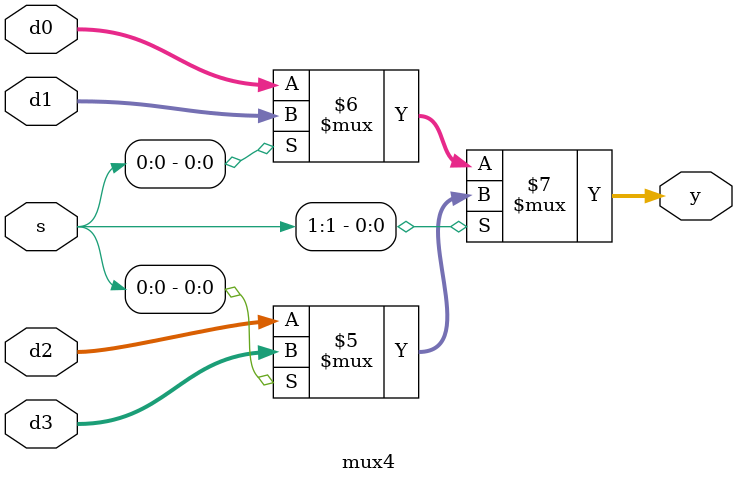
<source format=sv>
`timescale 1ns / 1ps

module testbench();
	initial begin
		$dumpfile("dump.vcd");
		$dumpvars(1);
	end
  
	logic clk, reset, PcSrcD, MemWriteD, MemtoRegD, ALUSrcD, BranchD, RegDstD, RegWriteD, ForwardAD, ForwardBD;
  logic [2:0]  alucontrol;
  logic [1:0]  ForwardAE, ForwardBE;
  logic [31:0] instrF, PC, PCF, instrD, ALUOutE, WriteDataE;
	
  top_mips dut( clk, reset, instrF, PC, PCF, PcSrcD, MemWriteD, MemtoRegD, ALUSrcD, BranchD, RegDstD, RegWriteD, alucontrol, instrD, ALUOutE, WriteDataE, ForwardAE, ForwardBE, ForwardAD, ForwardBD);
	
	initial begin
		clk <= 0;
		reset <= 1;
		for(int i = 0; i < 100; i++)
		begin
			#100; clk <= ~clk;
			reset <= 0;
		end
	end
endmodule


// Pipelined MIPS Implementation according to given Template

// Define pipes that exist in the PipelinedDatapath. 
// The pipe between Writeback (W) and Fetch (F), as well as Fetch (F) and Decode (D) is given to you.
// Create the rest of the pipes where inputs follow the naming conventions in the book.


module PipeFtoD(input logic[31:0] instr, PcPlus4F,
                input logic EN, clear, clk, reset,
                output logic[31:0] instrD, PcPlus4D);

                always_ff @(posedge clk, posedge reset)
                  if(reset)
                        begin
                        instrD <= 0;
                        PcPlus4D <= 0;
                        end
                    else if(EN)
                        begin
                          if(clear) // Can clear only if the pipe is enabled, that is, if it is not stalling.
                            begin
                        	   instrD <= 0;
                        	   PcPlus4D <= 0;
                            end
                          else
                            begin
                        		instrD<=instr;
                        		PcPlus4D<=PcPlus4F;
                            end
                        end
                
endmodule

// Similarly, the pipe between Writeback (W) and Fetch (F) is given as follows.

module PipeWtoF(input logic[31:0] PC,
                input logic EN, clk, reset,		// ~StallF will be connected as this EN
                output logic[31:0] PCF);

                always_ff @(posedge clk, posedge reset)
                    if(reset)
                        PCF <= 0;
                    else if(EN)
                        PCF <= PC;
endmodule

module PipeDtoE(input logic[31:0] RD1, RD2, SignImmD,
                input logic[4:0] RsD, RtD, RdD,
                input logic RegWriteD, MemtoRegD, MemWriteD, ALUSrcD, RegDstD,
                input logic[2:0] ALUControlD,
                input logic clear, clk, reset,
                output logic[31:0] RsData, RtData, SignImmE,
                output logic[4:0] RsE, RtE, RdE, 
                output logic RegWriteE, MemtoRegE, MemWriteE, ALUSrcE, RegDstE,
                output logic[2:0] ALUControlE);

        always_ff @(posedge clk, posedge reset)
          if(reset || clear)
                begin
                // Control signals
                RegWriteE <= 0;
                MemtoRegE <= 0;
                MemWriteE <= 0;
                ALUControlE <= 0;
                ALUSrcE <= 0;
                RegDstE <= 0;
                
                // Data
                RsData <= 0;
                RtData <= 0;
                RsE <= 0;
                RtE <= 0;
                RdE <= 0;
                SignImmE <= 0;
                end
            else
                begin
                // Control signals
                RegWriteE <= RegWriteD;
                MemtoRegE <= MemtoRegD;
                MemWriteE <= MemWriteD;
                ALUControlE <= ALUControlD;
                ALUSrcE <= ALUSrcD;
                RegDstE <= RegDstD;
                
                // Data
                RsData <= RD1;
                RtData <= RD2;
                RsE <= RsD;
                RtE <= RtD;
                RdE <= RdD;
                SignImmE <= SignImmD;
                end

endmodule

module PipeEtoM(input logic[31:0] ALUOutE, WriteDataE,
                input logic[4:0] WriteRegE,
                input logic RegWriteE, MemtoRegE, MemWriteE,
                input logic clk, reset,
                output logic[31:0] ALUOutM, WriteDataM,
                output logic[4:0] WriteRegM,
                output logic RegWriteM, MemtoRegM, MemWriteM);

        always_ff @(posedge clk, posedge reset)
          if(reset)
                begin
                // Control signals
                RegWriteM <= 0;
                MemtoRegM <= 0;
                MemWriteM <= 0;
                
                // Data
                ALUOutM <= 0;
                WriteDataM <= 0;
                WriteRegM <= 0;
                end
            else
                begin
                // Control signals
                RegWriteM <= RegWriteE;
                MemtoRegM <= MemtoRegE;
                MemWriteM <= MemWriteE;
                
                // Data
                ALUOutM <= ALUOutE;
                WriteDataM <= WriteDataE;
                WriteRegM <= WriteRegE;
                end

endmodule

module PipeMtoW(input logic[31:0] ALUOutM, ReadDataM,
                input logic[4:0] WriteRegM,
                input logic RegWriteM, MemtoRegM,
                input logic clk, reset,
                output logic[31:0] ALUOutW, ReadDataW,
                output logic[4:0] WriteRegW,
                output logic RegWriteW, MemtoRegW);

        always_ff @(posedge clk, posedge reset)
          if(reset)
                begin
                // Control signals
                RegWriteW <= 0;
                MemtoRegW <= 0;
                
                // Data
                ALUOutW <= 0;
                ReadDataW <= 0;
                WriteRegW <= 0;
                end
            else
                begin
                // Control signals
                RegWriteW <= RegWriteM;
                MemtoRegW <= MemtoRegM;
                
                // Data
                ALUOutW <= ALUOutM;
                ReadDataW <= ReadDataM;
                WriteRegW <= WriteRegM;
                end
endmodule



// *******************************************************************************
// End of the individual pipe definitions.
// ******************************************************************************

// *******************************************************************************
// Below is the definition of the datapath.
// The signature of the module is given. The datapath will include (not limited to) the following items:
//  (1) Adder that adds 4 to PC
//  (2) Shifter that shifts SignImmD to left by 2
//  (3) Sign extender and Register file
//  (4) PipeFtoD
//  (5) PipeDtoE and ALU
//  (5) Adder for PcBranchD
//  (6) PipeEtoM and Data Memory
//  (7) PipeMtoW
//  (8) Many muxes
//  (9) Hazard unit
//  ...?
// *******************************************************************************

module datapath (input  logic clk, reset,
                input  logic[2:0]  ALUControlD,
                input logic RegWriteD, MemtoRegD, MemWriteD, ALUSrcD, RegDstD, BranchD,
                 output logic [31:0] instrF,		
                 output logic [31:0] instrD, PC, PCF,
                output logic PcSrcD,                 
                output logic [31:0] ALUOutE, WriteDataE,
                output logic [1:0] ForwardAE, ForwardBE,
                 output logic ForwardAD, ForwardBD); // Add or remove input-outputs if necessary

	// ********************************************************************
	// Here, define the wires that are needed inside this pipelined datapath module
	// ********************************************************************
  
  	//* We have defined a few wires for you
    logic [31:0] PcSrcA, PcSrcB, PcBranchD, PcPlus4F;	
  	logic StallF;
  
	//* You should define others down below
  	logic[31:0] PcPlus4D, resultW, rd1, rd2, eqSrcA, eqSrcB, ALUOutM, SignImmd, SignImmdSL2, RsData, RtData, SignImmE, SrcAE, SrcBE, WriteDataM, ALUOutW, ReadDataW, ReadDataM;
  	logic[4:0] WriteRegW, RsE, RtE, RdE, WriteRegE, WriteRegM;
  	logic RegWriteE, MemtoRegE, MemWriteE, ALUSrcE, RegDstE, RegWriteM, MemtoRegM, MemWriteM, RegWriteW, MemtoRegW;
  	logic StallD, FlushE;
    logic[2:0] ALUControlE;
	// ********************************************************************
	// Instantiate the required modules below in the order of the datapath flow.
	// ********************************************************************

  
  	//* We have provided you with some part of the datapath
    
  	// Instantiate PipeWtoF
  	PipeWtoF pipe1(PC,
                ~StallF, clk, reset,
                PCF);
  
  	// Do some operations
    assign PcPlus4F = PCF + 4;
    assign PcSrcB = PcBranchD;
	assign PcSrcA = PcPlus4F;
  	mux2 #(32) pc_mux(PcSrcA, PcSrcB, PcSrcD, PC);

    imem im1(PCF[7:2], instrF);
    
  	// Instantiate PipeFtoD
  	PipeFtoD pipe2( instrF, PcPlus4F,
               	~StallD, PcSrcD, clk, reset,
                instrD, PcPlus4D);
  
  	// Do some operations
 	regfile the_rf( clk, reset, RegWriteW, instrD[25:21], instrD[20:16], WriteRegW, resultW, rd1, rd2);
  	mux2 #(32) eq_mux1(rd1, ALUOutM, ForwardAD, eqSrcA);
  	mux2 #(32) eq_mux2(rd2, ALUOutM, ForwardBD, eqSrcB);
  	assign PcSrcD = (eqSrcA == eqSrcB) && BranchD;

  	signext signExtend(instrD[15:0], SignImmd);
	sl2 sl(SignImmd, SignImmdSL2);
	assign PcBranchD = PcPlus4D + SignImmdSL2;
  
  	// Instantiate PipeDtoE
  	PipeDtoE pipe3( rd1, rd2, SignImmd, instrD[25:21], instrD[20:16], instrD[15:11],
                	RegWriteD, MemtoRegD, MemWriteD, ALUSrcD, RegDstD, ALUControlD,
               		FlushE, clk, reset,
                	RsData, RtData, SignImmE,
                	RsE, RtE, RdE, 
                	RegWriteE, MemtoRegE, MemWriteE, ALUSrcE, RegDstE, ALUControlE);
  
  	// Do some operations
  	mux2 #(32) regDst_mux( RtE, RdE, RegDstE, WriteRegE);
  	mux2 #(32) aluSrc_mux( WriteDataE, SignImmE, ALUSrcE, SrcBE);
  	mux4 #(32) forward_muxA( RsData, resultW, ALUOutM, 0, ForwardAE, SrcAE);
  	mux4 #(32) forward_muxB( RtData, resultW, ALUOutM, 0, ForwardBE, WriteDataE);

  	logic unused;
	alu the_alu( SrcAE, SrcBE, ALUControlE, ALUOutE, unused);
  
  	// Instantiate PipeEtoM
  	PipeEtoM pipe4( ALUOutE, WriteDataE, WriteRegE,
    				RegWriteE, MemtoRegE, MemWriteE,
                	clk, reset,
                   	ALUOutM, WriteDataM, WriteRegM,
                   	RegWriteM, MemtoRegM, MemWriteM);
  
  	// Do some operations
  	dmem memory( clk, MemWriteM, ALUOutM, WriteDataM, ReadDataM);

  	// Instantiate PipeMtoW
  	PipeMtoW pipe5( ALUOutM, ReadDataM, WriteRegM,
                 	RegWriteM, MemtoRegM,
                 	clk, reset,
                 	ALUOutW, ReadDataW,
                  	WriteRegW,
    				RegWriteW, MemtoRegW);
  
  	// Do some operations
  	mux2 #(32) res_mux( ALUOutW, ReadDataW, MemtoRegW, resultW);
  
  	// Instantiate the Hazard Unit
  	HazardUnit hazard_unit( RegWriteW, BranchD,
    						WriteRegW, WriteRegE,
                 			RegWriteM, MemtoRegM,
                           	WriteRegM,
 							RegWriteE, MemtoRegE,
                 			RsE, RtE,
                 			instrD[25:21], instrD[20:16],
                 			ForwardAE, ForwardBE,
                			FlushE, StallD, StallF, ForwardAD, ForwardBD);

endmodule

module HazardUnit( input logic RegWriteW, BranchD,
                input logic [4:0] WriteRegW, WriteRegE,
                input logic RegWriteM,MemtoRegM,
                input logic [4:0] WriteRegM,
                input logic RegWriteE,MemtoRegE,
                input logic [4:0] rsE,rtE,
                input logic [4:0] rsD,rtD,
                output logic [1:0] ForwardAE,ForwardBE,
                output logic FlushE,StallD,StallF,ForwardAD, ForwardBD
                 ); // Add or remove input-outputs if necessary
       
	// ********************************************************************
	// Here, write equations for the Hazard Logic.
	// If you have troubles, please study pages ~420-430 in your book.
	// ********************************************************************
  	logic branchstall, lwstall;
  
    assign ForwardAE = ((rsE != 0) && (rsE == WriteRegM) && RegWriteM) ? 10 : ((((rsE != 0) && (rsE == WriteRegW) && RegWriteW)) ? 01 : 00);
    assign ForwardBE = ((rtE != 0) && (rtE == WriteRegM) && RegWriteM) ? 10 : ((((rtE != 0) && (rtE == WriteRegW) && RegWriteW)) ? 01 : 00);
    assign ForwardAD = (rsD !=0) && (rsD == WriteRegM) && RegWriteM;
    assign ForwardBD = (rtD !=0) && (rtD == WriteRegM) && RegWriteM ;

    assign branchstall = BranchD && RegWriteE && (WriteRegE == rsD || WriteRegE == rtD) || BranchD && MemtoRegM && (WriteRegM == rsD || WriteRegM == rtD);
    assign lwstall = ((rsD==rtE) || (rtD==rtE)) && MemtoRegE;
    assign StallF = (lwstall || branchstall);
    assign StallD = (lwstall || branchstall);
    assign FlushE = (lwstall || branchstall);
endmodule


// You can add some more logic variables for testing purposes
// but you cannot remove existing variables as we need you to output 
// these values on the waveform for grading
module top_mips (input  logic        clk, reset,
             output  logic[31:0]  instrF,
             output logic[31:0] PC, PCF,
             output logic PcSrcD,
             output logic MemWriteD, MemtoRegD, ALUSrcD, BranchD, RegDstD, RegWriteD,
             output logic [2:0]  alucontrol,
             output logic [31:0] instrD, 
             output logic [31:0] ALUOutE, WriteDataE,
             output logic [1:0] ForwardAE, ForwardBE,
             output logic ForwardAD, ForwardBD);


	// ********************************************************************
	// Below, instantiate a controller and a datapath with their new (if modified) signatures
	// and corresponding connections.
	// ********************************************************************
  	datapath the_dp(clk, reset,
    				alucontrol, RegWriteD, MemtoRegD, MemWriteD, ALUSrcD, RegDstD, BranchD,
                 	instrF, instrD, PC, PCF, PcSrcD, ALUOutE, WriteDataE, ForwardAE, ForwardBE, ForwardAD, ForwardBD);

  	controller the_cnt( instrD[31:26], instrD[5:0],
						MemtoRegD, MemWriteD, ALUSrcD, RegDstD, RegWriteD, alucontrol, BranchD);
endmodule


// External instruction memory used by MIPS
// processor. It models instruction memory as a stored-program 
// ROM, with address as input, and instruction as output
// Modify it to test your own programs.

module imem ( input logic [5:0] addr, output logic [31:0] instr);

// imem is modeled as a lookup table, a stored-program byte-addressable ROM
	always_comb
	   case ({addr,2'b00})		   	// word-aligned fetch
//
// 	***************************************************************************
//	Here, you can paste your own test cases that you prepared for the part 1-e.
//  An example test program is given below.        
//	***************************************************************************
//
//		address		instruction
//		-------		-----------
	   8'h00: instr = 	32'h20080007;
        8'h04: instr = 	32'h20090005;
        8'h08: instr = 	32'h01095020;
        8'h0c: instr = 	32'had280002;
        8'h10: instr = 	32'h8d090000;
        8'h14: instr = 	32'h11000001;
        8'h18: instr = 	32'h200a000a;
        8'h1c: instr = 	32'h2009000c;
        8'h20: instr = 	32'h20080005;
        8'h24: instr = 	32'h21090006;
        8'h28: instr = 	32'hAD090005;
        8'h2c: instr = 	32'h20090006;
        8'h30: instr = 	32'h20040001;
        8'h34: instr = 	32'h20050002;
        8'h38: instr = 	32'had280000;
        8'h3c: instr = 	32'h8d090001;
        8'h40: instr = 	32'h8d090001;
        8'h44: instr = 	32'h01245020;
        8'h48: instr = 	32'h01255022;
        8'h4c: instr = 	32'h20090002;
        8'h50: instr = 	32'h11200001;
        8'h54: instr = 	32'h11290001;
        8'h58: instr = 	32'h20090005;
        8'h5c: instr = 	32'h21290006;
        8'h60: instr = 	32'h20040000;
        8'h64: instr = 	32'h20050000;
        8'h68: instr = 	32'hac090000;
       default:  instr = {32{1'bx}};	// unknown address
	   endcase
endmodule


// 	***************************************************************************
//	Below are the modules that you shouldn't need to modify at all..
//	***************************************************************************

module controller(input  logic[5:0] op, funct,
                  output logic     memtoreg, memwrite,
                  output logic     alusrc,
                  output logic     regdst, regwrite,
                  output logic[2:0] alucontrol,
                  output logic branch);

   logic [1:0] aluop;

  maindec md (op, memtoreg, memwrite, branch, alusrc, regdst, regwrite, aluop);

   aludec  ad (funct, aluop, alucontrol);

endmodule

// External data memory used by MIPS single-cycle processor

module dmem (input  logic        clk, we,
             input  logic[31:0]  a, wd,
             output logic[31:0]  rd);

   logic  [31:0] RAM[63:0];
  
   assign rd = RAM[a[31:2]];    // word-aligned  read (for lw)

   always_ff @(posedge clk)
     if (we)
       RAM[a[31:2]] <= wd;      // word-aligned write (for sw)

endmodule

module maindec (input logic[5:0] op, 
	              output logic memtoreg, memwrite, branch,
	              output logic alusrc, regdst, regwrite,
	              output logic[1:0] aluop );
  logic [7:0] controls;

   assign {regwrite, regdst, alusrc, branch, memwrite,
                memtoreg,  aluop} = controls;

  always_comb
    case(op)
      6'b000000: controls <= 8'b11000010; // R-type
      6'b100011: controls <= 8'b10100100; // LW
      6'b101011: controls <= 8'b00101000; // SW
      6'b000100: controls <= 8'b00010001; // BEQ
      6'b001000: controls <= 8'b10100000; // ADDI
      default:   controls <= 8'bxxxxxxxx; // illegal op
    endcase
endmodule

module aludec (input    logic[5:0] funct,
               input    logic[1:0] aluop,
               output   logic[2:0] alucontrol);
  always_comb
    case(aluop)
      2'b00: alucontrol  = 3'b010;  // add  (for lw/sw/addi)
      2'b01: alucontrol  = 3'b110;  // sub   (for beq)
      default: case(funct)          // R-TYPE instructions
          6'b100000: alucontrol  = 3'b010; // ADD
          6'b100010: alucontrol  = 3'b110; // SUB
          6'b100100: alucontrol  = 3'b000; // AND
          6'b100101: alucontrol  = 3'b001; // OR
          6'b101010: alucontrol  = 3'b111; // SLT
          default:   alucontrol  = 3'bxxx; // ???
        endcase
    endcase
endmodule

module regfile (input    logic clk, reset, we3, 
                input    logic[4:0]  ra1, ra2, wa3, 
                input    logic[31:0] wd3, 
                output   logic[31:0] rd1, rd2);

  logic [31:0] rf [31:0];

  // three ported register file: read two ports combinationally
  // write third port on falling edge of clock. Register0 hardwired to 0.

  always_ff @(negedge clk)
     if (we3) 
         rf [wa3] <= wd3;
  	 else if(reset)
       for (int i=0; i<32; i++) rf[i] = {32{1'b0}};	

  assign rd1 = (ra1 != 0) ? rf [ra1] : 0;
  assign rd2 = (ra2 != 0) ? rf[ ra2] : 0;

endmodule

module alu(input  logic [31:0] a, b, 
           input  logic [2:0]  alucont, 
           output logic [31:0] result,
           output logic zero);
    
    always_comb
        case(alucont)
            3'b010: result = a + b;
            3'b110: result = a - b;
            3'b000: result = a & b;
            3'b001: result = a | b;
            3'b111: result = (a < b) ? 1 : 0;
            default: result = {32{1'bx}};
        endcase
    
    assign zero = (result == 0) ? 1'b1 : 1'b0;
    
endmodule

module adder (input  logic[31:0] a, b,
              output logic[31:0] y);
     
     assign y = a + b;
endmodule

module sl2 (input  logic[31:0] a,
            output logic[31:0] y);
     
     assign y = {a[29:0], 2'b00}; // shifts left by 2
endmodule

module signext (input  logic[15:0] a,
                output logic[31:0] y);
              
  assign y = {{16{a[15]}}, a};    // sign-extends 16-bit a
endmodule

// parameterized register
module flopr #(parameter WIDTH = 8)
              (input logic clk, reset, 
	       input logic[WIDTH-1:0] d, 
               output logic[WIDTH-1:0] q);

  always_ff@(posedge clk, posedge reset)
    if (reset) q <= 0; 
    else       q <= d;
endmodule


// paramaterized 2-to-1 MUX
module mux2 #(parameter WIDTH = 8)
             (input  logic[WIDTH-1:0] d0, d1,  
              input  logic s, 
              output logic[WIDTH-1:0] y);
  
   assign y = s ? d1 : d0; 
endmodule

// paramaterized 4-to-1 MUX
module mux4 #(parameter WIDTH = 8)
             (input  logic[WIDTH-1:0] d0, d1, d2, d3,
              input  logic[1:0] s, 
              output logic[WIDTH-1:0] y);
  
   assign y = s[1] ? ( s[0] ? d3 : d2 ) : (s[0] ? d1 : d0); 
endmodule
</source>
